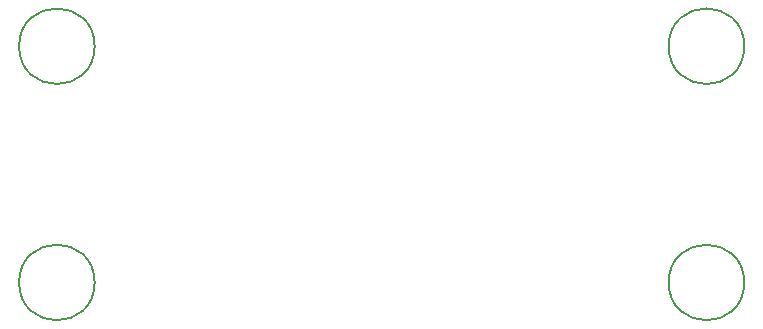
<source format=gbr>
%TF.GenerationSoftware,KiCad,Pcbnew,7.0.9*%
%TF.CreationDate,2025-01-29T10:13:39+09:00*%
%TF.ProjectId,05-PWR,30352d50-5752-42e6-9b69-6361645f7063,rev?*%
%TF.SameCoordinates,Original*%
%TF.FileFunction,Other,Comment*%
%FSLAX46Y46*%
G04 Gerber Fmt 4.6, Leading zero omitted, Abs format (unit mm)*
G04 Created by KiCad (PCBNEW 7.0.9) date 2025-01-29 10:13:39*
%MOMM*%
%LPD*%
G01*
G04 APERTURE LIST*
%ADD10C,0.150000*%
G04 APERTURE END LIST*
D10*
%TO.C,H2*%
X108200000Y-100000000D02*
G75*
G03*
X108200000Y-100000000I-3200000J0D01*
G01*
%TO.C,H4*%
X53200000Y-80000000D02*
G75*
G03*
X53200000Y-80000000I-3200000J0D01*
G01*
%TO.C,H1*%
X53200000Y-100000000D02*
G75*
G03*
X53200000Y-100000000I-3200000J0D01*
G01*
%TO.C,H3*%
X108200000Y-80000000D02*
G75*
G03*
X108200000Y-80000000I-3200000J0D01*
G01*
%TD*%
M02*

</source>
